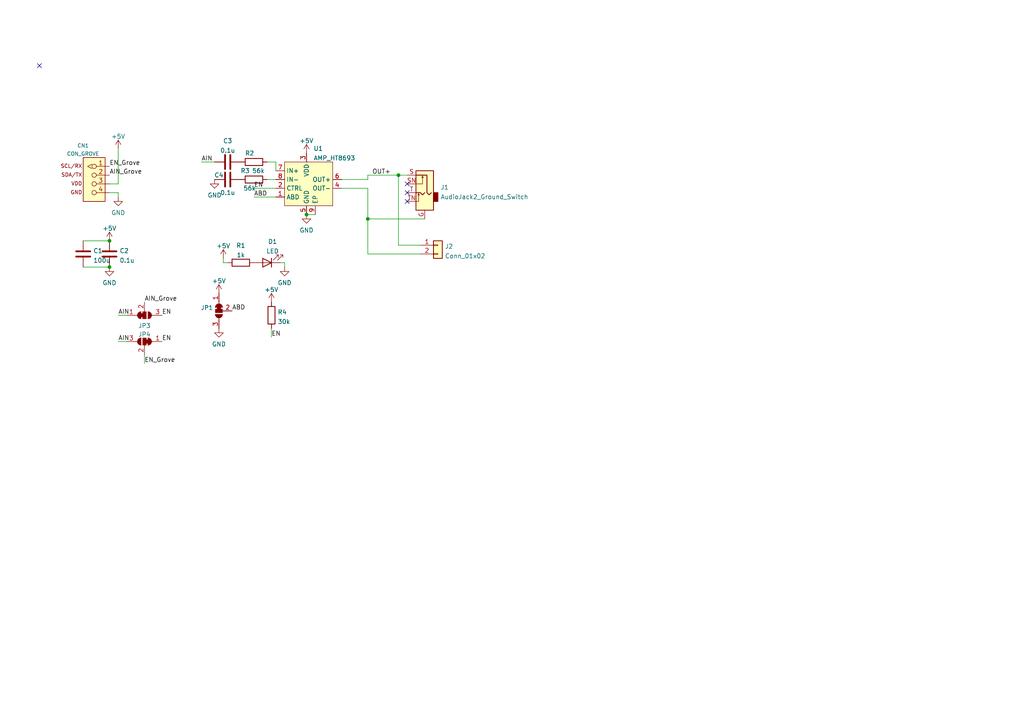
<source format=kicad_sch>
(kicad_sch (version 20211123) (generator eeschema)
  (paper "A4")
  (lib_symbols
    (symbol "Connector:AudioJack2_Ground_Switch"
      (property "Reference" "J" (at 0 11.43 0))
      (property "Value" "AudioJack2_Ground_Switch" (at 0 8.89 0))
      (symbol "AudioJack2_Ground_Switch_0_1"
        (rectangle (start -2.54 -2.54) (end -3.81 0) (stroke (width 0.254)) (fill (type outline)))
        (rectangle (start 2.54 6.35) (end -2.54 -5.08) (stroke (width 0.254)) (fill (type background)))
      )
      (symbol "AudioJack2_Ground_Switch_1_1"
        (polyline (pts (xy 0.635 4.826) (xy 0.889 4.318)))
        (polyline (pts (xy 1.778 -0.254) (xy 2.032 -0.762)))
        (polyline (pts (xy 0 0) (xy 0.635 -0.635) (xy 1.27 0) (xy 2.54 0)) (stroke (width 0.254)))
        (polyline (pts (xy 2.54 -2.54) (xy 1.778 -2.54) (xy 1.778 -0.254) (xy 1.524 -0.762)))
        (polyline (pts (xy 2.54 2.54) (xy 0.635 2.54) (xy 0.635 4.826) (xy 0.381 4.318)))
        (polyline (pts (xy 2.54 5.08) (xy -0.635 5.08) (xy -0.635 0) (xy -1.27 -0.635) (xy -1.905 0)) (stroke (width 0.254)))
        (pin passive line (at 0 -7.62 90) (length 2.54) (name "~") (number "G"))
        (pin passive line (at 5.08 5.08 180) (length 2.54) (name "~") (number "S"))
        (pin passive line (at 5.08 2.54 180) (length 2.54) (name "~") (number "SN"))
        (pin passive line (at 5.08 0 180) (length 2.54) (name "~") (number "T"))
        (pin passive line (at 5.08 -2.54 180) (length 2.54) (name "~") (number "TN"))
      )
    )
    (symbol "Connector_Generic:Conn_01x02" (pin_names (offset 1.016) hide)
      (property "Reference" "J" (at 0 2.54 0))
      (property "Value" "Conn_01x02" (at 0 -5.08 0))
      (symbol "Conn_01x02_1_1"
        (rectangle (start -1.27 -2.413) (end 0 -2.667) (stroke (width 0.1524)))
        (rectangle (start -1.27 0.127) (end 0 -0.127) (stroke (width 0.1524)))
        (rectangle (start -1.27 1.27) (end 1.27 -3.81) (stroke (width 0.254)) (fill (type background)))
        (pin passive line (at -5.08 0 0) (length 3.81) (name "Pin_1") (number "1"))
        (pin passive line (at -5.08 -2.54 0) (length 3.81) (name "Pin_2") (number "2"))
      )
    )
    (symbol "Device:C" (pin_numbers hide) (pin_names (offset 0.254))
      (property "Reference" "C" (at 0.635 2.54 0))
      (property "Value" "C" (at 0.635 -2.54 0))
      (symbol "C_0_1"
        (polyline (pts (xy -2.032 -0.762) (xy 2.032 -0.762)) (stroke (width 0.508)))
        (polyline (pts (xy -2.032 0.762) (xy 2.032 0.762)) (stroke (width 0.508)))
      )
      (symbol "C_1_1"
        (pin passive line (at 0 3.81 270) (length 2.794) (name "~") (number "1"))
        (pin passive line (at 0 -3.81 90) (length 2.794) (name "~") (number "2"))
      )
    )
    (symbol "Device:LED" (pin_numbers hide) (pin_names (offset 1.016) hide)
      (property "Reference" "D" (at 0 2.54 0))
      (property "Value" "LED" (at 0 -2.54 0))
      (symbol "LED_0_1"
        (polyline (pts (xy -1.27 -1.27) (xy -1.27 1.27)) (stroke (width 0.254)))
        (polyline (pts (xy -1.27 0) (xy 1.27 0)))
        (polyline (pts (xy 1.27 -1.27) (xy 1.27 1.27) (xy -1.27 0) (xy 1.27 -1.27)) (stroke (width 0.254)))
        (polyline (pts (xy -3.048 -0.762) (xy -4.572 -2.286) (xy -3.81 -2.286) (xy -4.572 -2.286) (xy -4.572 -1.524)))
        (polyline (pts (xy -1.778 -0.762) (xy -3.302 -2.286) (xy -2.54 -2.286) (xy -3.302 -2.286) (xy -3.302 -1.524)))
      )
      (symbol "LED_1_1"
        (pin passive line (at -3.81 0 0) (length 2.54) (name "K") (number "1"))
        (pin passive line (at 3.81 0 180) (length 2.54) (name "A") (number "2"))
      )
    )
    (symbol "Device:R" (pin_numbers hide) (pin_names (offset 0))
      (property "Reference" "R" (at 2.032 0 90))
      (property "Value" "R" (at 0 0 90))
      (symbol "R_0_1"
        (rectangle (start -1.016 -2.54) (end 1.016 2.54) (stroke (width 0.254)))
      )
      (symbol "R_1_1"
        (pin passive line (at 0 3.81 270) (length 1.27) (name "~") (number "1"))
        (pin passive line (at 0 -3.81 90) (length 1.27) (name "~") (number "2"))
      )
    )
    (symbol "Jumper:SolderJumper_3_Bridged12" (pin_names (offset 0) hide)
      (property "Reference" "JP" (at -2.54 -2.54 0))
      (property "Value" "SolderJumper_3_Bridged12" (at 0 2.794 0))
      (symbol "SolderJumper_3_Bridged12_0_1"
        (rectangle (start -1.016 0.508) (end -0.508 -0.508) (fill (type outline)))
        (arc (start -1.016 1.016) (mid -2.032 0) (end -1.016 -1.016))
        (arc (start -1.016 1.016) (mid -2.032 0) (end -1.016 -1.016) (fill (type outline)))
        (rectangle (start -0.508 1.016) (end 0.508 -1.016) (fill (type outline)))
        (polyline (pts (xy -2.54 0) (xy -2.032 0)))
        (polyline (pts (xy -1.016 1.016) (xy -1.016 -1.016)))
        (polyline (pts (xy 0 -1.27) (xy 0 -1.016)))
        (polyline (pts (xy 1.016 1.016) (xy 1.016 -1.016)))
        (polyline (pts (xy 2.54 0) (xy 2.032 0)))
        (arc (start 1.016 -1.016) (mid 2.032 0) (end 1.016 1.016))
        (arc (start 1.016 -1.016) (mid 2.032 0) (end 1.016 1.016) (fill (type outline)))
      )
      (symbol "SolderJumper_3_Bridged12_1_1"
        (pin passive line (at -5.08 0 0) (length 2.54) (name "A") (number "1"))
        (pin input line (at 0 -3.81 90) (length 2.54) (name "C") (number "2"))
        (pin passive line (at 5.08 0 180) (length 2.54) (name "B") (number "3"))
      )
    )
    (symbol "akita:AMP_HT8693"
      (property "Reference" "U" (at 3.81 7.62 0))
      (property "Value" "AMP_HT8693" (at 10.16 -7.62 0))
      (symbol "AMP_HT8693_0_1"
        (rectangle (start -6.35 6.35) (end 7.62 -6.35) (stroke (width 0.1524)) (fill (type background)))
      )
      (symbol "AMP_HT8693_1_1"
        (pin input line (at -8.89 -3.81 0) (length 2.54) (name "ABD") (number "1"))
        (pin input line (at -8.89 -1.27 0) (length 2.54) (name "CTRL") (number "2"))
        (pin power_in line (at 0 8.89 270) (length 2.54) (name "VDD") (number "3"))
        (pin output line (at 10.16 -1.27 180) (length 2.54) (name "OUT-") (number "4"))
        (pin power_in line (at 0 -8.89 90) (length 2.54) (name "GND") (number "5"))
        (pin output line (at 10.16 1.27 180) (length 2.54) (name "OUT+") (number "6"))
        (pin input line (at -8.89 3.81 0) (length 2.54) (name "IN+") (number "7"))
        (pin input line (at -8.89 1.27 0) (length 2.54) (name "IN-") (number "8"))
        (pin power_in line (at 2.54 -8.89 90) (length 2.54) (name "EP") (number "9"))
      )
    )
    (symbol "akita:CON_GROVE" (pin_names (offset 1.016))
      (property "Reference" "CN" (at 0 3.81 0))
      (property "Value" "CON_GROVE" (at 3.81 -5.08 90))
      (symbol "CON_GROVE_1_0"
        (text "GND" (at 5.334 -5.588 0) (effects (font (size 1.0668 1.0668)) (justify left bottom)))
        (text "SCL/RX" (at 5.334 2.032 0) (effects (font (size 1.0668 1.0668)) (justify left bottom)))
        (text "SDA/TX" (at 5.334 -0.508 0) (effects (font (size 1.0668 1.0668)) (justify left bottom)))
        (text "VDD" (at 5.334 -3.048 0) (effects (font (size 1.0668 1.0668)) (justify left bottom)))
        (pin bidirectional inverted_clock (at -2.54 2.54 0) (length 5.08) (name "1") (number "1"))
        (pin bidirectional inverted (at -2.54 0 0) (length 5.08) (name "2") (number "2"))
        (pin bidirectional inverted (at -2.54 -2.54 0) (length 5.08) (name "3") (number "3"))
        (pin bidirectional inverted (at -2.54 -5.08 0) (length 5.08) (name "4") (number "4"))
      )
      (symbol "CON_GROVE_1_1"
        (rectangle (start -1.27 5.08) (end 5.08 -7.62) (stroke (width 0.2032)) (fill (type background)))
      )
    )
    (symbol "power:+5V" (power) (pin_names (offset 0))
      (property "Value" "+5V" (at 0 3.556 0))
      (symbol "+5V_0_1"
        (polyline (pts (xy -0.762 1.27) (xy 0 2.54)))
        (polyline (pts (xy 0 0) (xy 0 2.54)))
        (polyline (pts (xy 0 2.54) (xy 0.762 1.27)))
      )
      (symbol "+5V_1_1"
        (pin power_in line (at 0 0 90) (length 0) hide (name "+5V") (number "1"))
      )
    )
    (symbol "power:GND" (power) (pin_names (offset 0))
      (property "Value" "GND" (at 0 -3.81 0))
      (symbol "GND_0_1"
        (polyline (pts (xy 0 0) (xy 0 -1.27) (xy 1.27 -1.27) (xy 0 -2.54) (xy -1.27 -1.27) (xy 0 -1.27)))
      )
      (symbol "GND_1_1"
        (pin power_in line (at 0 0 270) (length 0) hide (name "GND") (number "1"))
      )
    )
  )
  (junction (at 31.75 77.47))
  (junction (at 31.75 69.85))
  (junction (at 106.68 63.5))
  (junction (at 115.57 50.8))
  (junction (at 88.9 62.23))
  (no_connect (at 118.11 53.34))
  (no_connect (at 118.11 55.88))
  (no_connect (at 11.43 19.05))
  (no_connect (at 118.11 58.42))
  (wire (pts (xy 64.77 76.2) (xy 64.77 74.93)))
  (wire (pts (xy 81.28 76.2) (xy 82.55 76.2)))
  (wire (pts (xy 88.9 62.23) (xy 91.44 62.23)))
  (wire (pts (xy 24.13 77.47) (xy 31.75 77.47)))
  (wire (pts (xy 121.92 73.66) (xy 106.68 73.66)))
  (wire (pts (xy 34.29 91.44) (xy 36.83 91.44)))
  (wire (pts (xy 58.42 46.99) (xy 62.23 46.99)))
  (wire (pts (xy 34.29 55.88) (xy 34.29 57.15)))
  (wire (pts (xy 80.01 46.99) (xy 77.47 46.99)))
  (wire (pts (xy 106.68 63.5) (xy 123.19 63.5)))
  (wire (pts (xy 77.47 52.07) (xy 80.01 52.07)))
  (wire (pts (xy 115.57 50.8) (xy 115.57 71.12)))
  (wire (pts (xy 115.57 71.12) (xy 121.92 71.12)))
  (wire (pts (xy 106.68 54.61) (xy 99.06 54.61)))
  (wire (pts (xy 34.29 53.34) (xy 34.29 43.18)))
  (wire (pts (xy 106.68 50.8) (xy 106.68 52.07)))
  (wire (pts (xy 24.13 69.85) (xy 31.75 69.85)))
  (wire (pts (xy 80.01 49.53) (xy 80.01 46.99)))
  (wire (pts (xy 118.11 50.8) (xy 115.57 50.8)))
  (wire (pts (xy 82.55 76.2) (xy 82.55 77.47)))
  (wire (pts (xy 73.66 57.15) (xy 80.01 57.15)))
  (wire (pts (xy 73.66 54.61) (xy 80.01 54.61)))
  (wire (pts (xy 34.29 99.06) (xy 36.83 99.06)))
  (wire (pts (xy 31.75 55.88) (xy 34.29 55.88)))
  (wire (pts (xy 66.04 76.2) (xy 64.77 76.2)))
  (wire (pts (xy 78.74 95.25) (xy 78.74 97.79)))
  (wire (pts (xy 115.57 50.8) (xy 106.68 50.8)))
  (wire (pts (xy 31.75 53.34) (xy 34.29 53.34)))
  (wire (pts (xy 106.68 52.07) (xy 99.06 52.07)))
  (wire (pts (xy 41.91 102.87) (xy 41.91 105.41)))
  (wire (pts (xy 106.68 73.66) (xy 106.68 63.5)))
  (wire (pts (xy 106.68 63.5) (xy 106.68 54.61)))
  (label "AIN" (at 34.29 99.06 0))
  (label "ABD" (at 73.66 57.15 0))
  (label "AIN" (at 34.29 91.44 0))
  (label "AIN_Grove" (at 31.75 50.8 0))
  (label "AIN" (at 58.42 46.99 0))
  (label "AIN_Grove" (at 41.91 87.63 0))
  (label "OUT+" (at 107.95 50.8 0))
  (label "EN_Grove" (at 31.75 48.26 0))
  (label "EN" (at 78.74 97.79 0))
  (label "ABD" (at 67.31 90.17 0))
  (label "EN" (at 73.66 54.61 0))
  (label "EN" (at 46.99 91.44 0))
  (label "EN" (at 46.99 99.06 0))
  (label "EN_Grove" (at 41.91 105.41 0))
  (symbol (lib_id "Connector:AudioJack2_Ground_Switch") (at 123.19 55.88 0) (mirror y) (unit 1)
    (property "Reference" "J1" (at 127.762 54.3365 0) (effects (justify right)))
    (property "Value" "AudioJack2_Ground_Switch" (at 127.762 57.1116 0) (effects (justify right)))
    (property "Footprint" "akita:CON_AJ-1780" (effects hide))
  )
  (symbol (lib_id "Device:LED") (at 77.47 76.2 180) (unit 1)
    (property "Reference" "D1" (at 79.0575 70.0745 0))
    (property "Value" "LED" (at 79.0575 72.8496 0))
    (property "Footprint" "LED_SMD:LED_0603_1608Metric" (effects hide))
  )
  (symbol (lib_id "power:GND") (at 31.75 77.47 0) (unit 1)
    (property "Reference" "#PWR02" (effects hide))
    (property "Value" "GND" (at 31.75 82.0325 0))
  )
  (symbol (lib_id "Device:C") (at 31.75 73.66 180) (unit 1)
    (property "Reference" "C2" (at 34.671 72.7515 0) (effects (justify right)))
    (property "Value" "0.1u" (at 34.671 75.5266 0) (effects (justify right)))
    (property "Footprint" "Capacitor_SMD:C_0603_1608Metric" (effects hide))
  )
  (symbol (lib_id "power:GND") (at 34.29 57.15 0) (unit 1)
    (property "Reference" "#PWR04" (effects hide))
    (property "Value" "GND" (at 34.29 61.7125 0))
  )
  (symbol (lib_id "akita:CON_GROVE") (at 29.21 50.8 0) (mirror y) (unit 1)
    (property "Reference" "CN1" (at 24.0887 42.2306 0) (effects (font (size 1.0668 1.0668))))
    (property "Value" "CON_GROVE" (at 24.0887 44.6023 0) (effects (font (size 1.0668 1.0668))))
    (property "Footprint" "akita:CON_GROVE_H" (effects hide))
  )
  (symbol (lib_id "power:+5V") (at 31.75 69.85 0) (unit 1)
    (property "Reference" "#PWR01" (effects hide))
    (property "Value" "+5V" (at 31.75 66.2455 0))
  )
  (symbol (lib_id "power:GND") (at 63.5 95.25 0) (unit 1)
    (property "Reference" "#PWR07" (effects hide))
    (property "Value" "GND" (at 63.5 99.8125 0))
  )
  (symbol (lib_id "Device:R") (at 73.66 52.07 90) (unit 1)
    (property "Reference" "R3" (at 71.12 49.53 90))
    (property "Value" "56k" (at 72.39 54.61 90))
    (property "Footprint" "Resistor_SMD:R_0603_1608Metric" (effects hide))
  )
  (symbol (lib_id "Device:C") (at 24.13 73.66 180) (unit 1)
    (property "Reference" "C1" (at 27.051 72.7515 0) (effects (justify right)))
    (property "Value" "100u" (at 27.051 75.5266 0) (effects (justify right)))
    (property "Footprint" "Capacitor_SMD:C_1206_3216Metric" (effects hide))
  )
  (symbol (lib_id "power:+5V") (at 64.77 74.93 0) (unit 1)
    (property "Reference" "#PWR08" (effects hide))
    (property "Value" "+5V" (at 64.77 71.3255 0))
  )
  (symbol (lib_id "power:GND") (at 88.9 62.23 0) (unit 1)
    (property "Reference" "#PWR012" (effects hide))
    (property "Value" "GND" (at 88.9 66.7925 0))
  )
  (symbol (lib_id "power:+5V") (at 34.29 43.18 0) (unit 1)
    (property "Reference" "#PWR03" (effects hide))
    (property "Value" "+5V" (at 34.29 39.5755 0))
  )
  (symbol (lib_id "Device:C") (at 66.04 52.07 90) (unit 1)
    (property "Reference" "C4" (at 63.5 50.8 90))
    (property "Value" "0.1u" (at 66.04 55.88 90))
    (property "Footprint" "Capacitor_SMD:C_0603_1608Metric" (effects hide))
  )
  (symbol (lib_id "Jumper:SolderJumper_3_Bridged12") (at 41.91 99.06 0) (mirror y) (unit 1)
    (property "Reference" "JP4" (at 41.91 96.9795 0))
    (property "Value" "SolderJumper_3_Bridged12" (effects hide))
    (property "Footprint" "Jumper:SolderJumper-3_P1.3mm_Bridged2Bar12_RoundedPad1.0x1.5mm" (effects hide))
  )
  (symbol (lib_id "Jumper:SolderJumper_3_Bridged12") (at 41.91 91.44 0) (mirror x) (unit 1)
    (property "Reference" "JP3" (at 41.91 94.4785 0))
    (property "Value" "SolderJumper_3_Bridged12" (effects hide))
    (property "Footprint" "Jumper:SolderJumper-3_P1.3mm_Bridged2Bar12_RoundedPad1.0x1.5mm" (effects hide))
  )
  (symbol (lib_id "power:+5V") (at 88.9 44.45 0) (unit 1)
    (property "Reference" "#PWR011" (effects hide))
    (property "Value" "+5V" (at 88.9 40.8455 0))
  )
  (symbol (lib_id "power:+5V") (at 78.74 87.63 0) (unit 1)
    (property "Reference" "#PWR09" (effects hide))
    (property "Value" "+5V" (at 78.74 84.0255 0))
  )
  (symbol (lib_id "Device:R") (at 78.74 91.44 180) (unit 1)
    (property "Reference" "R4" (at 80.518 90.5315 0) (effects (justify right)))
    (property "Value" "30k" (at 80.518 93.3066 0) (effects (justify right)))
    (property "Footprint" "Resistor_SMD:R_0603_1608Metric" (effects hide))
  )
  (symbol (lib_id "Connector_Generic:Conn_01x02") (at 127 71.12 0) (unit 1)
    (property "Reference" "J2" (at 129.032 71.4815 0) (effects (justify left)))
    (property "Value" "Conn_01x02" (at 129.032 74.2566 0) (effects (justify left)))
    (property "Footprint" "akita:CON_HT396R_2P" (effects hide))
  )
  (symbol (lib_id "power:GND") (at 62.23 52.07 0) (unit 1)
    (property "Reference" "#PWR05" (effects hide))
    (property "Value" "GND" (at 62.23 56.6325 0))
  )
  (symbol (lib_id "akita:AMP_HT8693") (at 88.9 53.34 0) (unit 1)
    (property "Reference" "U1" (at 90.9194 43.0743 0) (effects (justify left)))
    (property "Value" "AMP_HT8693" (at 90.9194 45.8494 0) (effects (justify left)))
    (property "Footprint" "akita:SOP-8-EP_3.9x4.9mm_P1.27mm" (effects hide))
  )
  (symbol (lib_id "power:+5V") (at 63.5 85.09 0) (unit 1)
    (property "Reference" "#PWR06" (effects hide))
    (property "Value" "+5V" (at 63.5 81.4855 0))
  )
  (symbol (lib_id "Device:C") (at 66.04 46.99 90) (unit 1)
    (property "Reference" "C3" (at 66.04 40.8645 90))
    (property "Value" "0.1u" (at 66.04 43.6396 90))
    (property "Footprint" "Capacitor_SMD:C_0603_1608Metric" (effects hide))
  )
  (symbol (lib_id "power:GND") (at 82.55 77.47 0) (unit 1)
    (property "Reference" "#PWR010" (effects hide))
    (property "Value" "GND" (at 82.55 82.0325 0))
  )
  (symbol (lib_id "Device:R") (at 73.66 46.99 90) (unit 1)
    (property "Reference" "R2" (at 72.39 44.45 90))
    (property "Value" "56k" (at 74.93 49.53 90))
    (property "Footprint" "Resistor_SMD:R_0603_1608Metric" (effects hide))
  )
  (symbol (lib_id "Jumper:SolderJumper_3_Bridged12") (at 63.5 90.17 90) (mirror x) (unit 1)
    (property "Reference" "JP1" (at 61.8491 89.2615 90) (effects (justify left)))
    (property "Value" "SolderJumper_3_Bridged12" (effects hide))
    (property "Footprint" "Jumper:SolderJumper-3_P1.3mm_Bridged2Bar12_RoundedPad1.0x1.5mm" (effects hide))
  )
  (symbol (lib_id "Device:R") (at 69.85 76.2 90) (unit 1)
    (property "Reference" "R1" (at 69.85 71.2175 90))
    (property "Value" "1k" (at 69.85 73.9926 90))
    (property "Footprint" "Resistor_SMD:R_0603_1608Metric" (effects hide))
  )
)
</source>
